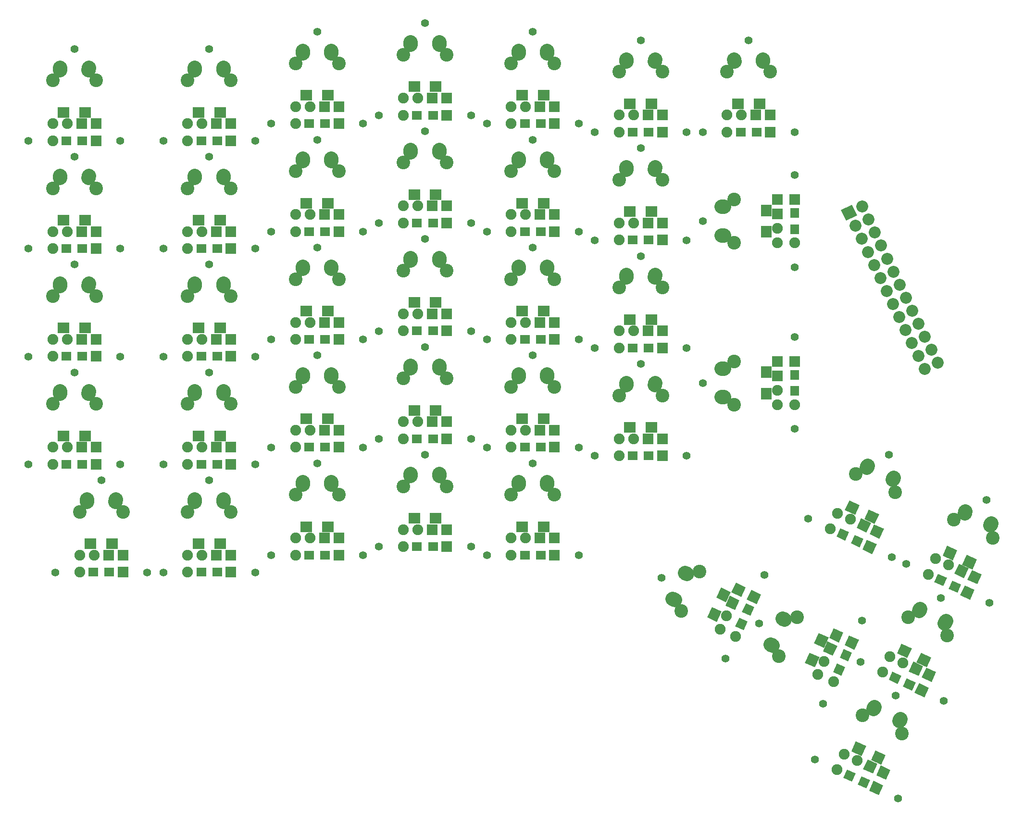
<source format=gts>
%FSLAX46Y46*%
G04 Gerber Fmt 4.6, Leading zero omitted, Abs format (unit mm)*
G04 Created by KiCad (PCBNEW (2014-09-07 BZR 5117)-product) date Thu 04 Dec 2014 19:35:44 GMT*
%MOMM*%
G01*
G04 APERTURE LIST*
%ADD10C,0.100000*%
%ADD11C,1.900000*%
%ADD12C,2.400000*%
%ADD13C,2.500000*%
%ADD14C,1.400000*%
%ADD15R,2.000000X1.900000*%
%ADD16R,1.900000X1.900000*%
%ADD17R,1.700000X1.600000*%
%ADD18R,1.900000X2.000000*%
%ADD19R,1.600000X1.700000*%
%ADD20C,2.127200*%
G04 APERTURE END LIST*
D10*
G36*
X194782777Y-123387474D02*
X193060792Y-122584499D01*
X193906029Y-120771884D01*
X195628014Y-121574859D01*
X194782777Y-123387474D01*
X194782777Y-123387474D01*
G37*
G36*
X193176827Y-126831444D02*
X191454842Y-126028469D01*
X192300079Y-124215854D01*
X194022064Y-125018829D01*
X193176827Y-126831444D01*
X193176827Y-126831444D01*
G37*
G36*
X196350274Y-124758370D02*
X194628289Y-123955395D01*
X195431264Y-122233410D01*
X197153249Y-123036385D01*
X196350274Y-124758370D01*
X196350274Y-124758370D01*
G37*
D11*
X194817318Y-125797912D03*
D10*
G36*
X197423724Y-122456348D02*
X195701739Y-121653373D01*
X196504714Y-119931388D01*
X198226699Y-120734363D01*
X197423724Y-122456348D01*
X197423724Y-122456348D01*
G37*
D11*
X193743868Y-128099933D03*
D10*
G36*
X200144460Y-123725048D02*
X198422475Y-122922073D01*
X199225450Y-121200088D01*
X200947435Y-122003063D01*
X200144460Y-123725048D01*
X200144460Y-123725048D01*
G37*
D11*
X196464604Y-129368633D03*
D10*
G36*
X199032266Y-125755226D02*
X197582173Y-125079037D01*
X198300624Y-123538314D01*
X199750717Y-124214503D01*
X199032266Y-125755226D01*
X199032266Y-125755226D01*
G37*
G36*
X197848935Y-128292888D02*
X196398842Y-127616699D01*
X197117293Y-126075976D01*
X198567386Y-126752165D01*
X197848935Y-128292888D01*
X197848935Y-128292888D01*
G37*
D12*
X190058154Y-117973517D03*
X186837803Y-124879582D03*
D13*
X187522478Y-118205997D02*
X187878244Y-118388837D01*
X185385992Y-122787706D02*
X185754738Y-122942712D01*
D14*
X201514301Y-118582115D03*
X194667885Y-133264301D03*
X183408907Y-119076792D03*
D10*
G36*
X212002625Y-131417221D02*
X210280640Y-130614246D01*
X211125877Y-128801631D01*
X212847862Y-129604606D01*
X212002625Y-131417221D01*
X212002625Y-131417221D01*
G37*
G36*
X210396675Y-134861191D02*
X208674690Y-134058216D01*
X209519927Y-132245601D01*
X211241912Y-133048576D01*
X210396675Y-134861191D01*
X210396675Y-134861191D01*
G37*
G36*
X213570122Y-132788117D02*
X211848137Y-131985142D01*
X212651112Y-130263157D01*
X214373097Y-131066132D01*
X213570122Y-132788117D01*
X213570122Y-132788117D01*
G37*
D11*
X212037166Y-133827659D03*
D10*
G36*
X214643572Y-130486095D02*
X212921587Y-129683120D01*
X213724562Y-127961135D01*
X215446547Y-128764110D01*
X214643572Y-130486095D01*
X214643572Y-130486095D01*
G37*
D11*
X210963716Y-136129680D03*
D10*
G36*
X217364308Y-131754795D02*
X215642323Y-130951820D01*
X216445298Y-129229835D01*
X218167283Y-130032810D01*
X217364308Y-131754795D01*
X217364308Y-131754795D01*
G37*
D11*
X213684452Y-137398380D03*
D10*
G36*
X216252114Y-133784973D02*
X214802021Y-133108784D01*
X215520472Y-131568061D01*
X216970565Y-132244250D01*
X216252114Y-133784973D01*
X216252114Y-133784973D01*
G37*
G36*
X215068783Y-136322635D02*
X213618690Y-135646446D01*
X214337141Y-134105723D01*
X215787234Y-134781912D01*
X215068783Y-136322635D01*
X215068783Y-136322635D01*
G37*
D12*
X207278002Y-126003264D03*
X204057651Y-132909329D03*
D13*
X204742326Y-126235744D02*
X205098092Y-126418584D01*
X202605840Y-130817453D02*
X202974586Y-130972459D01*
D14*
X218734149Y-126611862D03*
X211887733Y-141294048D03*
X200628755Y-127106539D03*
D10*
G36*
X220287348Y-151202195D02*
X221090323Y-149480210D01*
X222902938Y-150325447D01*
X222099963Y-152047432D01*
X220287348Y-151202195D01*
X220287348Y-151202195D01*
G37*
G36*
X216843378Y-149596245D02*
X217646353Y-147874260D01*
X219458968Y-148719497D01*
X218655993Y-150441482D01*
X216843378Y-149596245D01*
X216843378Y-149596245D01*
G37*
G36*
X218916452Y-152769692D02*
X219719427Y-151047707D01*
X221441412Y-151850682D01*
X220638437Y-153572667D01*
X218916452Y-152769692D01*
X218916452Y-152769692D01*
G37*
D11*
X217876910Y-151236736D03*
D10*
G36*
X221218474Y-153843142D02*
X222021449Y-152121157D01*
X223743434Y-152924132D01*
X222940459Y-154646117D01*
X221218474Y-153843142D01*
X221218474Y-153843142D01*
G37*
D11*
X215574889Y-150163286D03*
D10*
G36*
X219949774Y-156563878D02*
X220752749Y-154841893D01*
X222474734Y-155644868D01*
X221671759Y-157366853D01*
X219949774Y-156563878D01*
X219949774Y-156563878D01*
G37*
D11*
X214306189Y-152884022D03*
D10*
G36*
X217919596Y-155451684D02*
X218595785Y-154001591D01*
X220136508Y-154720042D01*
X219460319Y-156170135D01*
X217919596Y-155451684D01*
X217919596Y-155451684D01*
G37*
G36*
X215381934Y-154268353D02*
X216058123Y-152818260D01*
X217598846Y-153536711D01*
X216922657Y-154986804D01*
X215381934Y-154268353D01*
X215381934Y-154268353D01*
G37*
D12*
X225701305Y-146477572D03*
X218795240Y-143257221D03*
D13*
X225468825Y-143941896D02*
X225285985Y-144297662D01*
X220887116Y-141805410D02*
X220732110Y-142174156D01*
D14*
X225092707Y-157933719D03*
X210410521Y-151087303D03*
X224598030Y-139828325D03*
D10*
G36*
X228317095Y-133982347D02*
X229120070Y-132260362D01*
X230932685Y-133105599D01*
X230129710Y-134827584D01*
X228317095Y-133982347D01*
X228317095Y-133982347D01*
G37*
G36*
X224873125Y-132376397D02*
X225676100Y-130654412D01*
X227488715Y-131499649D01*
X226685740Y-133221634D01*
X224873125Y-132376397D01*
X224873125Y-132376397D01*
G37*
G36*
X226946199Y-135549844D02*
X227749174Y-133827859D01*
X229471159Y-134630834D01*
X228668184Y-136352819D01*
X226946199Y-135549844D01*
X226946199Y-135549844D01*
G37*
D11*
X225906657Y-134016888D03*
D10*
G36*
X229248221Y-136623294D02*
X230051196Y-134901309D01*
X231773181Y-135704284D01*
X230970206Y-137426269D01*
X229248221Y-136623294D01*
X229248221Y-136623294D01*
G37*
D11*
X223604636Y-132943438D03*
D10*
G36*
X227979521Y-139344030D02*
X228782496Y-137622045D01*
X230504481Y-138425020D01*
X229701506Y-140147005D01*
X227979521Y-139344030D01*
X227979521Y-139344030D01*
G37*
D11*
X222335936Y-135664174D03*
D10*
G36*
X225949343Y-138231836D02*
X226625532Y-136781743D01*
X228166255Y-137500194D01*
X227490066Y-138950287D01*
X225949343Y-138231836D01*
X225949343Y-138231836D01*
G37*
G36*
X223411681Y-137048505D02*
X224087870Y-135598412D01*
X225628593Y-136316863D01*
X224952404Y-137766956D01*
X223411681Y-137048505D01*
X223411681Y-137048505D01*
G37*
D12*
X233731052Y-129257724D03*
X226824987Y-126037373D03*
D13*
X233498572Y-126722048D02*
X233315732Y-127077814D01*
X228916863Y-124585562D02*
X228761857Y-124954308D01*
D14*
X233122454Y-140713871D03*
X218440268Y-133867455D03*
X232627777Y-122608477D03*
D10*
G36*
X236346842Y-116762499D02*
X237149817Y-115040514D01*
X238962432Y-115885751D01*
X238159457Y-117607736D01*
X236346842Y-116762499D01*
X236346842Y-116762499D01*
G37*
G36*
X232902872Y-115156549D02*
X233705847Y-113434564D01*
X235518462Y-114279801D01*
X234715487Y-116001786D01*
X232902872Y-115156549D01*
X232902872Y-115156549D01*
G37*
G36*
X234975946Y-118329996D02*
X235778921Y-116608011D01*
X237500906Y-117410986D01*
X236697931Y-119132971D01*
X234975946Y-118329996D01*
X234975946Y-118329996D01*
G37*
D11*
X233936404Y-116797040D03*
D10*
G36*
X237277968Y-119403446D02*
X238080943Y-117681461D01*
X239802928Y-118484436D01*
X238999953Y-120206421D01*
X237277968Y-119403446D01*
X237277968Y-119403446D01*
G37*
D11*
X231634383Y-115723590D03*
D10*
G36*
X236009268Y-122124182D02*
X236812243Y-120402197D01*
X238534228Y-121205172D01*
X237731253Y-122927157D01*
X236009268Y-122124182D01*
X236009268Y-122124182D01*
G37*
D11*
X230365683Y-118444326D03*
D10*
G36*
X233979090Y-121011988D02*
X234655279Y-119561895D01*
X236196002Y-120280346D01*
X235519813Y-121730439D01*
X233979090Y-121011988D01*
X233979090Y-121011988D01*
G37*
G36*
X231441428Y-119828657D02*
X232117617Y-118378564D01*
X233658340Y-119097015D01*
X232982151Y-120547108D01*
X231441428Y-119828657D01*
X231441428Y-119828657D01*
G37*
D12*
X241760799Y-112037876D03*
X234854734Y-108817525D03*
D13*
X241528319Y-109502200D02*
X241345479Y-109857966D01*
X236946610Y-107365714D02*
X236791604Y-107734460D01*
D14*
X241152201Y-123494023D03*
X226470015Y-116647607D03*
X240657524Y-105388629D03*
D10*
G36*
X219126994Y-108732752D02*
X219929969Y-107010767D01*
X221742584Y-107856004D01*
X220939609Y-109577989D01*
X219126994Y-108732752D01*
X219126994Y-108732752D01*
G37*
G36*
X215683024Y-107126802D02*
X216485999Y-105404817D01*
X218298614Y-106250054D01*
X217495639Y-107972039D01*
X215683024Y-107126802D01*
X215683024Y-107126802D01*
G37*
G36*
X217756098Y-110300249D02*
X218559073Y-108578264D01*
X220281058Y-109381239D01*
X219478083Y-111103224D01*
X217756098Y-110300249D01*
X217756098Y-110300249D01*
G37*
D11*
X216716556Y-108767293D03*
D10*
G36*
X220058120Y-111373699D02*
X220861095Y-109651714D01*
X222583080Y-110454689D01*
X221780105Y-112176674D01*
X220058120Y-111373699D01*
X220058120Y-111373699D01*
G37*
D11*
X214414535Y-107693843D03*
D10*
G36*
X218789420Y-114094435D02*
X219592395Y-112372450D01*
X221314380Y-113175425D01*
X220511405Y-114897410D01*
X218789420Y-114094435D01*
X218789420Y-114094435D01*
G37*
D11*
X213145835Y-110414579D03*
D10*
G36*
X216759242Y-112982241D02*
X217435431Y-111532148D01*
X218976154Y-112250599D01*
X218299965Y-113700692D01*
X216759242Y-112982241D01*
X216759242Y-112982241D01*
G37*
G36*
X214221580Y-111798910D02*
X214897769Y-110348817D01*
X216438492Y-111067268D01*
X215762303Y-112517361D01*
X214221580Y-111798910D01*
X214221580Y-111798910D01*
G37*
D12*
X224540951Y-104008129D03*
X217634886Y-100787778D03*
D13*
X224308471Y-101472453D02*
X224125631Y-101828219D01*
X219726762Y-99335967D02*
X219571756Y-99704713D01*
D14*
X223932353Y-115464276D03*
X209250167Y-108617860D03*
X223437676Y-97358882D03*
D15*
X200650000Y-35580000D03*
X196850000Y-35580000D03*
D16*
X200020000Y-37580000D03*
D11*
X197480000Y-37580000D03*
D16*
X202560000Y-37580000D03*
D11*
X194940000Y-37580000D03*
D16*
X202560000Y-40582000D03*
D11*
X194940000Y-40582000D03*
D17*
X200150000Y-40582000D03*
X197350000Y-40582000D03*
D12*
X202560000Y-29960000D03*
X194940000Y-29960000D03*
D13*
X201277678Y-27760147D02*
X201262322Y-28159853D01*
X196222322Y-27760147D02*
X196237678Y-28159853D01*
D14*
X206850000Y-40600000D03*
X190650000Y-40600000D03*
X198750000Y-24400000D03*
D18*
X201830000Y-54350000D03*
X201830000Y-58150000D03*
D16*
X203830000Y-54980000D03*
D11*
X203830000Y-57520000D03*
D16*
X203830000Y-52440000D03*
D11*
X203830000Y-60060000D03*
D16*
X206832000Y-52440000D03*
D11*
X206832000Y-60060000D03*
D19*
X206832000Y-54850000D03*
X206832000Y-57650000D03*
D12*
X196210000Y-52440000D03*
X196210000Y-60060000D03*
D13*
X194010147Y-53722322D02*
X194409853Y-53737678D01*
X194010147Y-58777678D02*
X194409853Y-58762322D01*
D14*
X206850000Y-48150000D03*
X206850000Y-64350000D03*
X190650000Y-56250000D03*
D18*
X201830000Y-82850000D03*
X201830000Y-86650000D03*
D16*
X203830000Y-83480000D03*
D11*
X203830000Y-86020000D03*
D16*
X203830000Y-80940000D03*
D11*
X203830000Y-88560000D03*
D16*
X206832000Y-80940000D03*
D11*
X206832000Y-88560000D03*
D19*
X206832000Y-83350000D03*
X206832000Y-86150000D03*
D12*
X196210000Y-80940000D03*
X196210000Y-88560000D03*
D13*
X194010147Y-82222322D02*
X194409853Y-82237678D01*
X194010147Y-87277678D02*
X194409853Y-87262322D01*
D14*
X206850000Y-76650000D03*
X206850000Y-92850000D03*
X190650000Y-84750000D03*
D15*
X181650000Y-35580000D03*
X177850000Y-35580000D03*
D16*
X181020000Y-37580000D03*
D11*
X178480000Y-37580000D03*
D16*
X183560000Y-37580000D03*
D11*
X175940000Y-37580000D03*
D16*
X183560000Y-40582000D03*
D11*
X175940000Y-40582000D03*
D17*
X181150000Y-40582000D03*
X178350000Y-40582000D03*
D12*
X183560000Y-29960000D03*
X175940000Y-29960000D03*
D13*
X182277678Y-27760147D02*
X182262322Y-28159853D01*
X177222322Y-27760147D02*
X177237678Y-28159853D01*
D14*
X187850000Y-40600000D03*
X171650000Y-40600000D03*
X179750000Y-24400000D03*
D15*
X181650000Y-54580000D03*
X177850000Y-54580000D03*
D16*
X181020000Y-56580000D03*
D11*
X178480000Y-56580000D03*
D16*
X183560000Y-56580000D03*
D11*
X175940000Y-56580000D03*
D16*
X183560000Y-59582000D03*
D11*
X175940000Y-59582000D03*
D17*
X181150000Y-59582000D03*
X178350000Y-59582000D03*
D12*
X183560000Y-48960000D03*
X175940000Y-48960000D03*
D13*
X182277678Y-46760147D02*
X182262322Y-47159853D01*
X177222322Y-46760147D02*
X177237678Y-47159853D01*
D14*
X187850000Y-59600000D03*
X171650000Y-59600000D03*
X179750000Y-43400000D03*
D15*
X181650000Y-73580000D03*
X177850000Y-73580000D03*
D16*
X181020000Y-75580000D03*
D11*
X178480000Y-75580000D03*
D16*
X183560000Y-75580000D03*
D11*
X175940000Y-75580000D03*
D16*
X183560000Y-78582000D03*
D11*
X175940000Y-78582000D03*
D17*
X181150000Y-78582000D03*
X178350000Y-78582000D03*
D12*
X183560000Y-67960000D03*
X175940000Y-67960000D03*
D13*
X182277678Y-65760147D02*
X182262322Y-66159853D01*
X177222322Y-65760147D02*
X177237678Y-66159853D01*
D14*
X187850000Y-78600000D03*
X171650000Y-78600000D03*
X179750000Y-62400000D03*
D15*
X181650000Y-92580000D03*
X177850000Y-92580000D03*
D16*
X181020000Y-94580000D03*
D11*
X178480000Y-94580000D03*
D16*
X183560000Y-94580000D03*
D11*
X175940000Y-94580000D03*
D16*
X183560000Y-97582000D03*
D11*
X175940000Y-97582000D03*
D17*
X181150000Y-97582000D03*
X178350000Y-97582000D03*
D12*
X183560000Y-86960000D03*
X175940000Y-86960000D03*
D13*
X182277678Y-84760147D02*
X182262322Y-85159853D01*
X177222322Y-84760147D02*
X177237678Y-85159853D01*
D14*
X187850000Y-97600000D03*
X171650000Y-97600000D03*
X179750000Y-81400000D03*
D15*
X162650000Y-34080000D03*
X158850000Y-34080000D03*
D16*
X162020000Y-36080000D03*
D11*
X159480000Y-36080000D03*
D16*
X164560000Y-36080000D03*
D11*
X156940000Y-36080000D03*
D16*
X164560000Y-39082000D03*
D11*
X156940000Y-39082000D03*
D17*
X162150000Y-39082000D03*
X159350000Y-39082000D03*
D12*
X164560000Y-28460000D03*
X156940000Y-28460000D03*
D13*
X163277678Y-26260147D02*
X163262322Y-26659853D01*
X158222322Y-26260147D02*
X158237678Y-26659853D01*
D14*
X168850000Y-39100000D03*
X152650000Y-39100000D03*
X160750000Y-22900000D03*
D15*
X162650000Y-53080000D03*
X158850000Y-53080000D03*
D16*
X162020000Y-55080000D03*
D11*
X159480000Y-55080000D03*
D16*
X164560000Y-55080000D03*
D11*
X156940000Y-55080000D03*
D16*
X164560000Y-58082000D03*
D11*
X156940000Y-58082000D03*
D17*
X162150000Y-58082000D03*
X159350000Y-58082000D03*
D12*
X164560000Y-47460000D03*
X156940000Y-47460000D03*
D13*
X163277678Y-45260147D02*
X163262322Y-45659853D01*
X158222322Y-45260147D02*
X158237678Y-45659853D01*
D14*
X168850000Y-58100000D03*
X152650000Y-58100000D03*
X160750000Y-41900000D03*
D15*
X162650000Y-72080000D03*
X158850000Y-72080000D03*
D16*
X162020000Y-74080000D03*
D11*
X159480000Y-74080000D03*
D16*
X164560000Y-74080000D03*
D11*
X156940000Y-74080000D03*
D16*
X164560000Y-77082000D03*
D11*
X156940000Y-77082000D03*
D17*
X162150000Y-77082000D03*
X159350000Y-77082000D03*
D12*
X164560000Y-66460000D03*
X156940000Y-66460000D03*
D13*
X163277678Y-64260147D02*
X163262322Y-64659853D01*
X158222322Y-64260147D02*
X158237678Y-64659853D01*
D14*
X168850000Y-77100000D03*
X152650000Y-77100000D03*
X160750000Y-60900000D03*
D15*
X162650000Y-91080000D03*
X158850000Y-91080000D03*
D16*
X162020000Y-93080000D03*
D11*
X159480000Y-93080000D03*
D16*
X164560000Y-93080000D03*
D11*
X156940000Y-93080000D03*
D16*
X164560000Y-96082000D03*
D11*
X156940000Y-96082000D03*
D17*
X162150000Y-96082000D03*
X159350000Y-96082000D03*
D12*
X164560000Y-85460000D03*
X156940000Y-85460000D03*
D13*
X163277678Y-83260147D02*
X163262322Y-83659853D01*
X158222322Y-83260147D02*
X158237678Y-83659853D01*
D14*
X168850000Y-96100000D03*
X152650000Y-96100000D03*
X160750000Y-79900000D03*
D15*
X162650000Y-110080000D03*
X158850000Y-110080000D03*
D16*
X162020000Y-112080000D03*
D11*
X159480000Y-112080000D03*
D16*
X164560000Y-112080000D03*
D11*
X156940000Y-112080000D03*
D16*
X164560000Y-115082000D03*
D11*
X156940000Y-115082000D03*
D17*
X162150000Y-115082000D03*
X159350000Y-115082000D03*
D12*
X164560000Y-104460000D03*
X156940000Y-104460000D03*
D13*
X163277678Y-102260147D02*
X163262322Y-102659853D01*
X158222322Y-102260147D02*
X158237678Y-102659853D01*
D14*
X168850000Y-115100000D03*
X152650000Y-115100000D03*
X160750000Y-98900000D03*
D15*
X143650000Y-32580000D03*
X139850000Y-32580000D03*
D16*
X143020000Y-34580000D03*
D11*
X140480000Y-34580000D03*
D16*
X145560000Y-34580000D03*
D11*
X137940000Y-34580000D03*
D16*
X145560000Y-37582000D03*
D11*
X137940000Y-37582000D03*
D17*
X143150000Y-37582000D03*
X140350000Y-37582000D03*
D12*
X145560000Y-26960000D03*
X137940000Y-26960000D03*
D13*
X144277678Y-24760147D02*
X144262322Y-25159853D01*
X139222322Y-24760147D02*
X139237678Y-25159853D01*
D14*
X149850000Y-37600000D03*
X133650000Y-37600000D03*
X141750000Y-21400000D03*
D15*
X143650000Y-51580000D03*
X139850000Y-51580000D03*
D16*
X143020000Y-53580000D03*
D11*
X140480000Y-53580000D03*
D16*
X145560000Y-53580000D03*
D11*
X137940000Y-53580000D03*
D16*
X145560000Y-56582000D03*
D11*
X137940000Y-56582000D03*
D17*
X143150000Y-56582000D03*
X140350000Y-56582000D03*
D12*
X145560000Y-45960000D03*
X137940000Y-45960000D03*
D13*
X144277678Y-43760147D02*
X144262322Y-44159853D01*
X139222322Y-43760147D02*
X139237678Y-44159853D01*
D14*
X149850000Y-56600000D03*
X133650000Y-56600000D03*
X141750000Y-40400000D03*
D15*
X143650000Y-70580000D03*
X139850000Y-70580000D03*
D16*
X143020000Y-72580000D03*
D11*
X140480000Y-72580000D03*
D16*
X145560000Y-72580000D03*
D11*
X137940000Y-72580000D03*
D16*
X145560000Y-75582000D03*
D11*
X137940000Y-75582000D03*
D17*
X143150000Y-75582000D03*
X140350000Y-75582000D03*
D12*
X145560000Y-64960000D03*
X137940000Y-64960000D03*
D13*
X144277678Y-62760147D02*
X144262322Y-63159853D01*
X139222322Y-62760147D02*
X139237678Y-63159853D01*
D14*
X149850000Y-75600000D03*
X133650000Y-75600000D03*
X141750000Y-59400000D03*
D15*
X143650000Y-89580000D03*
X139850000Y-89580000D03*
D16*
X143020000Y-91580000D03*
D11*
X140480000Y-91580000D03*
D16*
X145560000Y-91580000D03*
D11*
X137940000Y-91580000D03*
D16*
X145560000Y-94582000D03*
D11*
X137940000Y-94582000D03*
D17*
X143150000Y-94582000D03*
X140350000Y-94582000D03*
D12*
X145560000Y-83960000D03*
X137940000Y-83960000D03*
D13*
X144277678Y-81760147D02*
X144262322Y-82159853D01*
X139222322Y-81760147D02*
X139237678Y-82159853D01*
D14*
X149850000Y-94600000D03*
X133650000Y-94600000D03*
X141750000Y-78400000D03*
D15*
X143650000Y-108580000D03*
X139850000Y-108580000D03*
D16*
X143020000Y-110580000D03*
D11*
X140480000Y-110580000D03*
D16*
X145560000Y-110580000D03*
D11*
X137940000Y-110580000D03*
D16*
X145560000Y-113582000D03*
D11*
X137940000Y-113582000D03*
D17*
X143150000Y-113582000D03*
X140350000Y-113582000D03*
D12*
X145560000Y-102960000D03*
X137940000Y-102960000D03*
D13*
X144277678Y-100760147D02*
X144262322Y-101159853D01*
X139222322Y-100760147D02*
X139237678Y-101159853D01*
D14*
X149850000Y-113600000D03*
X133650000Y-113600000D03*
X141750000Y-97400000D03*
D15*
X124650000Y-34080000D03*
X120850000Y-34080000D03*
D16*
X124020000Y-36080000D03*
D11*
X121480000Y-36080000D03*
D16*
X126560000Y-36080000D03*
D11*
X118940000Y-36080000D03*
D16*
X126560000Y-39082000D03*
D11*
X118940000Y-39082000D03*
D17*
X124150000Y-39082000D03*
X121350000Y-39082000D03*
D12*
X126560000Y-28460000D03*
X118940000Y-28460000D03*
D13*
X125277678Y-26260147D02*
X125262322Y-26659853D01*
X120222322Y-26260147D02*
X120237678Y-26659853D01*
D14*
X130850000Y-39100000D03*
X114650000Y-39100000D03*
X122750000Y-22900000D03*
D15*
X124650000Y-53080000D03*
X120850000Y-53080000D03*
D16*
X124020000Y-55080000D03*
D11*
X121480000Y-55080000D03*
D16*
X126560000Y-55080000D03*
D11*
X118940000Y-55080000D03*
D16*
X126560000Y-58082000D03*
D11*
X118940000Y-58082000D03*
D17*
X124150000Y-58082000D03*
X121350000Y-58082000D03*
D12*
X126560000Y-47460000D03*
X118940000Y-47460000D03*
D13*
X125277678Y-45260147D02*
X125262322Y-45659853D01*
X120222322Y-45260147D02*
X120237678Y-45659853D01*
D14*
X130850000Y-58100000D03*
X114650000Y-58100000D03*
X122750000Y-41900000D03*
D15*
X124650000Y-72080000D03*
X120850000Y-72080000D03*
D16*
X124020000Y-74080000D03*
D11*
X121480000Y-74080000D03*
D16*
X126560000Y-74080000D03*
D11*
X118940000Y-74080000D03*
D16*
X126560000Y-77082000D03*
D11*
X118940000Y-77082000D03*
D17*
X124150000Y-77082000D03*
X121350000Y-77082000D03*
D12*
X126560000Y-66460000D03*
X118940000Y-66460000D03*
D13*
X125277678Y-64260147D02*
X125262322Y-64659853D01*
X120222322Y-64260147D02*
X120237678Y-64659853D01*
D14*
X130850000Y-77100000D03*
X114650000Y-77100000D03*
X122750000Y-60900000D03*
D15*
X124650000Y-91080000D03*
X120850000Y-91080000D03*
D16*
X124020000Y-93080000D03*
D11*
X121480000Y-93080000D03*
D16*
X126560000Y-93080000D03*
D11*
X118940000Y-93080000D03*
D16*
X126560000Y-96082000D03*
D11*
X118940000Y-96082000D03*
D17*
X124150000Y-96082000D03*
X121350000Y-96082000D03*
D12*
X126560000Y-85460000D03*
X118940000Y-85460000D03*
D13*
X125277678Y-83260147D02*
X125262322Y-83659853D01*
X120222322Y-83260147D02*
X120237678Y-83659853D01*
D14*
X130850000Y-96100000D03*
X114650000Y-96100000D03*
X122750000Y-79900000D03*
D15*
X124650000Y-110080000D03*
X120850000Y-110080000D03*
D16*
X124020000Y-112080000D03*
D11*
X121480000Y-112080000D03*
D16*
X126560000Y-112080000D03*
D11*
X118940000Y-112080000D03*
D16*
X126560000Y-115082000D03*
D11*
X118940000Y-115082000D03*
D17*
X124150000Y-115082000D03*
X121350000Y-115082000D03*
D12*
X126560000Y-104460000D03*
X118940000Y-104460000D03*
D13*
X125277678Y-102260147D02*
X125262322Y-102659853D01*
X120222322Y-102260147D02*
X120237678Y-102659853D01*
D14*
X130850000Y-115100000D03*
X114650000Y-115100000D03*
X122750000Y-98900000D03*
D15*
X105650000Y-37080000D03*
X101850000Y-37080000D03*
D16*
X105020000Y-39080000D03*
D11*
X102480000Y-39080000D03*
D16*
X107560000Y-39080000D03*
D11*
X99940000Y-39080000D03*
D16*
X107560000Y-42082000D03*
D11*
X99940000Y-42082000D03*
D17*
X105150000Y-42082000D03*
X102350000Y-42082000D03*
D12*
X107560000Y-31460000D03*
X99940000Y-31460000D03*
D13*
X106277678Y-29260147D02*
X106262322Y-29659853D01*
X101222322Y-29260147D02*
X101237678Y-29659853D01*
D14*
X111850000Y-42100000D03*
X95650000Y-42100000D03*
X103750000Y-25900000D03*
D15*
X105650000Y-56080000D03*
X101850000Y-56080000D03*
D16*
X105020000Y-58080000D03*
D11*
X102480000Y-58080000D03*
D16*
X107560000Y-58080000D03*
D11*
X99940000Y-58080000D03*
D16*
X107560000Y-61082000D03*
D11*
X99940000Y-61082000D03*
D17*
X105150000Y-61082000D03*
X102350000Y-61082000D03*
D12*
X107560000Y-50460000D03*
X99940000Y-50460000D03*
D13*
X106277678Y-48260147D02*
X106262322Y-48659853D01*
X101222322Y-48260147D02*
X101237678Y-48659853D01*
D14*
X111850000Y-61100000D03*
X95650000Y-61100000D03*
X103750000Y-44900000D03*
D15*
X105650000Y-75080000D03*
X101850000Y-75080000D03*
D16*
X105020000Y-77080000D03*
D11*
X102480000Y-77080000D03*
D16*
X107560000Y-77080000D03*
D11*
X99940000Y-77080000D03*
D16*
X107560000Y-80082000D03*
D11*
X99940000Y-80082000D03*
D17*
X105150000Y-80082000D03*
X102350000Y-80082000D03*
D12*
X107560000Y-69460000D03*
X99940000Y-69460000D03*
D13*
X106277678Y-67260147D02*
X106262322Y-67659853D01*
X101222322Y-67260147D02*
X101237678Y-67659853D01*
D14*
X111850000Y-80100000D03*
X95650000Y-80100000D03*
X103750000Y-63900000D03*
D15*
X105650000Y-94080000D03*
X101850000Y-94080000D03*
D16*
X105020000Y-96080000D03*
D11*
X102480000Y-96080000D03*
D16*
X107560000Y-96080000D03*
D11*
X99940000Y-96080000D03*
D16*
X107560000Y-99082000D03*
D11*
X99940000Y-99082000D03*
D17*
X105150000Y-99082000D03*
X102350000Y-99082000D03*
D12*
X107560000Y-88460000D03*
X99940000Y-88460000D03*
D13*
X106277678Y-86260147D02*
X106262322Y-86659853D01*
X101222322Y-86260147D02*
X101237678Y-86659853D01*
D14*
X111850000Y-99100000D03*
X95650000Y-99100000D03*
X103750000Y-82900000D03*
D15*
X105650000Y-113080000D03*
X101850000Y-113080000D03*
D16*
X105020000Y-115080000D03*
D11*
X102480000Y-115080000D03*
D16*
X107560000Y-115080000D03*
D11*
X99940000Y-115080000D03*
D16*
X107560000Y-118082000D03*
D11*
X99940000Y-118082000D03*
D17*
X105150000Y-118082000D03*
X102350000Y-118082000D03*
D12*
X107560000Y-107460000D03*
X99940000Y-107460000D03*
D13*
X106277678Y-105260147D02*
X106262322Y-105659853D01*
X101222322Y-105260147D02*
X101237678Y-105659853D01*
D14*
X111850000Y-118100000D03*
X95650000Y-118100000D03*
X103750000Y-101900000D03*
D15*
X81900000Y-37080000D03*
X78100000Y-37080000D03*
D16*
X81270000Y-39080000D03*
D11*
X78730000Y-39080000D03*
D16*
X83810000Y-39080000D03*
D11*
X76190000Y-39080000D03*
D16*
X83810000Y-42082000D03*
D11*
X76190000Y-42082000D03*
D17*
X81400000Y-42082000D03*
X78600000Y-42082000D03*
D12*
X83810000Y-31460000D03*
X76190000Y-31460000D03*
D13*
X82527678Y-29260147D02*
X82512322Y-29659853D01*
X77472322Y-29260147D02*
X77487678Y-29659853D01*
D14*
X88100000Y-42100000D03*
X71900000Y-42100000D03*
X80000000Y-25900000D03*
D15*
X81900000Y-56080000D03*
X78100000Y-56080000D03*
D16*
X81270000Y-58080000D03*
D11*
X78730000Y-58080000D03*
D16*
X83810000Y-58080000D03*
D11*
X76190000Y-58080000D03*
D16*
X83810000Y-61082000D03*
D11*
X76190000Y-61082000D03*
D17*
X81400000Y-61082000D03*
X78600000Y-61082000D03*
D12*
X83810000Y-50460000D03*
X76190000Y-50460000D03*
D13*
X82527678Y-48260147D02*
X82512322Y-48659853D01*
X77472322Y-48260147D02*
X77487678Y-48659853D01*
D14*
X88100000Y-61100000D03*
X71900000Y-61100000D03*
X80000000Y-44900000D03*
D15*
X81900000Y-75080000D03*
X78100000Y-75080000D03*
D16*
X81270000Y-77080000D03*
D11*
X78730000Y-77080000D03*
D16*
X83810000Y-77080000D03*
D11*
X76190000Y-77080000D03*
D16*
X83810000Y-80082000D03*
D11*
X76190000Y-80082000D03*
D17*
X81400000Y-80082000D03*
X78600000Y-80082000D03*
D12*
X83810000Y-69460000D03*
X76190000Y-69460000D03*
D13*
X82527678Y-67260147D02*
X82512322Y-67659853D01*
X77472322Y-67260147D02*
X77487678Y-67659853D01*
D14*
X88100000Y-80100000D03*
X71900000Y-80100000D03*
X80000000Y-63900000D03*
D15*
X81900000Y-94080000D03*
X78100000Y-94080000D03*
D16*
X81270000Y-96080000D03*
D11*
X78730000Y-96080000D03*
D16*
X83810000Y-96080000D03*
D11*
X76190000Y-96080000D03*
D16*
X83810000Y-99082000D03*
D11*
X76190000Y-99082000D03*
D17*
X81400000Y-99082000D03*
X78600000Y-99082000D03*
D12*
X83810000Y-88460000D03*
X76190000Y-88460000D03*
D13*
X82527678Y-86260147D02*
X82512322Y-86659853D01*
X77472322Y-86260147D02*
X77487678Y-86659853D01*
D14*
X88100000Y-99100000D03*
X71900000Y-99100000D03*
X80000000Y-82900000D03*
D15*
X86650000Y-113080000D03*
X82850000Y-113080000D03*
D16*
X86020000Y-115080000D03*
D11*
X83480000Y-115080000D03*
D16*
X88560000Y-115080000D03*
D11*
X80940000Y-115080000D03*
D16*
X88560000Y-118082000D03*
D11*
X80940000Y-118082000D03*
D17*
X86150000Y-118082000D03*
X83350000Y-118082000D03*
D12*
X88560000Y-107460000D03*
X80940000Y-107460000D03*
D13*
X87277678Y-105260147D02*
X87262322Y-105659853D01*
X82222322Y-105260147D02*
X82237678Y-105659853D01*
D14*
X92850000Y-118100000D03*
X76650000Y-118100000D03*
X84750000Y-101900000D03*
D10*
G36*
X215017398Y-54268185D02*
X216933315Y-53343932D01*
X217857568Y-55259849D01*
X215941651Y-56184102D01*
X215017398Y-54268185D01*
X215017398Y-54268185D01*
G37*
D20*
X218725198Y-53660406D02*
X218725198Y-53660406D01*
X217541093Y-57051733D02*
X217541093Y-57051733D01*
X219828809Y-55948122D02*
X219828809Y-55948122D01*
X218644704Y-59339448D02*
X218644704Y-59339448D01*
X220932420Y-58235838D02*
X220932420Y-58235838D01*
X219748315Y-61627164D02*
X219748315Y-61627164D01*
X222036031Y-60523553D02*
X222036031Y-60523553D01*
X220851926Y-63914880D02*
X220851926Y-63914880D01*
X223139641Y-62811269D02*
X223139641Y-62811269D01*
X221955536Y-66202596D02*
X221955536Y-66202596D01*
X224243252Y-65098985D02*
X224243252Y-65098985D01*
X223059147Y-68490311D02*
X223059147Y-68490311D01*
X225346863Y-67386701D02*
X225346863Y-67386701D01*
X224162758Y-70778027D02*
X224162758Y-70778027D01*
X226450474Y-69674416D02*
X226450474Y-69674416D01*
X225266369Y-73065743D02*
X225266369Y-73065743D01*
X227554084Y-71962132D02*
X227554084Y-71962132D01*
X226369979Y-75353459D02*
X226369979Y-75353459D01*
X228657695Y-74249848D02*
X228657695Y-74249848D01*
X227473590Y-77641174D02*
X227473590Y-77641174D01*
X229761306Y-76537564D02*
X229761306Y-76537564D01*
X228577201Y-79928890D02*
X228577201Y-79928890D01*
X230864917Y-78825279D02*
X230864917Y-78825279D01*
X229680812Y-82216606D02*
X229680812Y-82216606D01*
X231968527Y-81112995D02*
X231968527Y-81112995D01*
M02*

</source>
